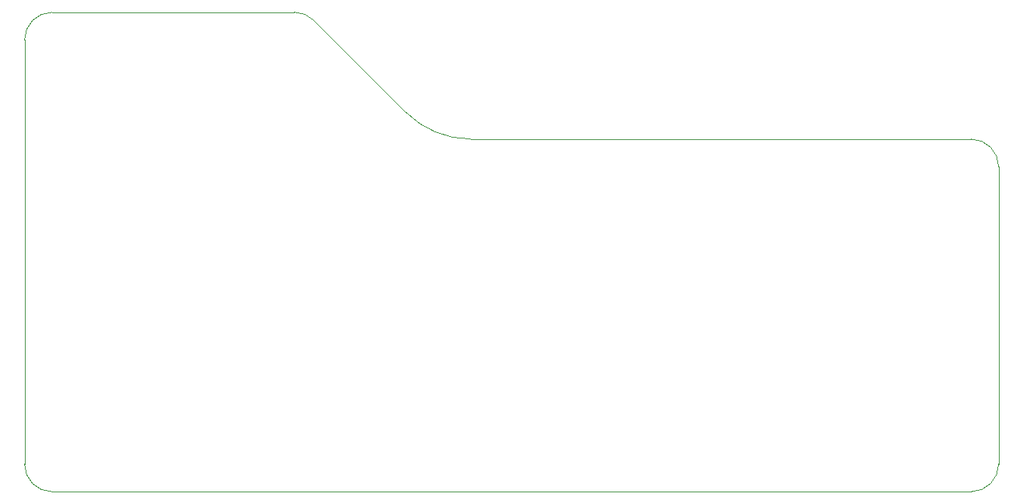
<source format=gbr>
%TF.GenerationSoftware,KiCad,Pcbnew,9.0.2*%
%TF.CreationDate,2025-07-04T18:20:36-07:00*%
%TF.ProjectId,hestia-pathfinder,68657374-6961-42d7-9061-746866696e64,rev?*%
%TF.SameCoordinates,Original*%
%TF.FileFunction,Profile,NP*%
%FSLAX46Y46*%
G04 Gerber Fmt 4.6, Leading zero omitted, Abs format (unit mm)*
G04 Created by KiCad (PCBNEW 9.0.2) date 2025-07-04 18:20:36*
%MOMM*%
%LPD*%
G01*
G04 APERTURE LIST*
%TA.AperFunction,Profile*%
%ADD10C,0.050000*%
%TD*%
G04 APERTURE END LIST*
D10*
X95500000Y-91600000D02*
G75*
G02*
X98500000Y-88600000I3000000J0D01*
G01*
X126978680Y-89478680D02*
X136971068Y-99471068D01*
X201500000Y-137800000D02*
G75*
G02*
X198500000Y-140800000I-3000000J0D01*
G01*
X198500000Y-102400000D02*
G75*
G02*
X201500000Y-105400000I0J-3000000D01*
G01*
X144042136Y-102400000D02*
X198500000Y-102400000D01*
X144042136Y-102400000D02*
G75*
G02*
X136971092Y-99471044I-36J9999800D01*
G01*
X95500000Y-137800000D02*
X95500000Y-91600000D01*
X124857359Y-88600000D02*
G75*
G02*
X126978659Y-89478701I41J-2999800D01*
G01*
X98500000Y-88600000D02*
X124857359Y-88600000D01*
X98500000Y-140800000D02*
G75*
G02*
X95500000Y-137800000I0J3000000D01*
G01*
X198500000Y-140800000D02*
X98500000Y-140800000D01*
X201500000Y-137800000D02*
X201500000Y-105400000D01*
M02*

</source>
